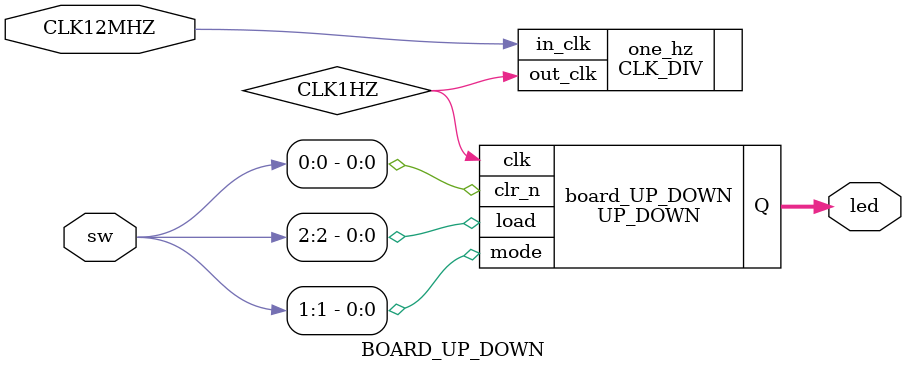
<source format=v>
`timescale 1ns / 1ps


module UP_DOWN 
#(
parameter size = 4,
parameter data = 4'b0101
)
(
    input clk, clr_n, mode, load,
    output reg [size-1:0]Q
);
    
    always@ (posedge clk or negedge clr_n)
    begin
        if (!clr_n)
            Q <= 'b0;
        else begin
            if (load) 
                Q <= data;
            else begin 
                if (mode)
                    Q <= Q + 1;
                else 
                    Q <= Q - 1;
            end
        end
    end
        
endmodule


//////////////////////////////////////////////////////////////////////////////////


module BOARD_UP_DOWN(
    output [3:0]led,        // Q: led
    input [2:0]sw,          // load: sw[2], mode: sw[1], clr: sw[0]
    input CLK12MHZ
    );
    
    CLK_DIV one_hz(.in_clk(CLK12MHZ), .out_clk(CLK1HZ));
    UP_DOWN board_UP_DOWN(CLK1HZ, sw[0], sw[1], sw[2], led);

endmodule

</source>
